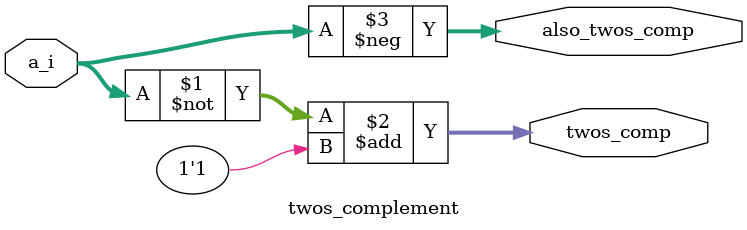
<source format=v>
module twos_complement(
input [3:0]a_i,
    output [3:0]twos_comp,
    output [3:0]also_twos_comp
    );
    assign twos_comp= ~a_i+1'b1;
    assign also_twos_comp = -a_i;
endmodule

</source>
